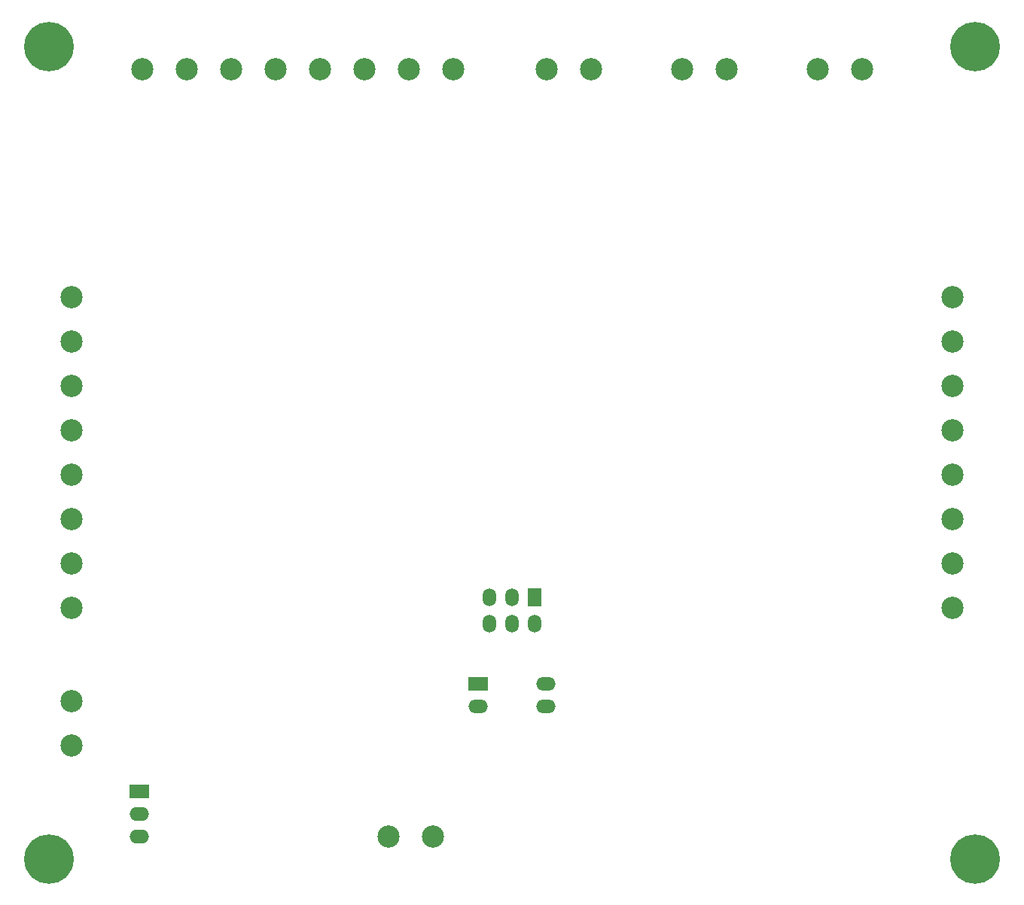
<source format=gbs>
G04 (created by PCBNEW (2013-may-18)-stable) date Mon 20 Apr 2015 02:12:07 PM EDT*
%MOIN*%
G04 Gerber Fmt 3.4, Leading zero omitted, Abs format*
%FSLAX34Y34*%
G01*
G70*
G90*
G04 APERTURE LIST*
%ADD10C,0.00590551*%
%ADD11C,0.219*%
%ADD12R,0.0866X0.06*%
%ADD13O,0.0866X0.06*%
%ADD14C,0.0984252*%
%ADD15R,0.0590551X0.0787402*%
%ADD16O,0.0590551X0.0787402*%
%ADD17R,0.0865X0.059*%
%ADD18O,0.0865X0.059*%
G04 APERTURE END LIST*
G54D10*
G54D11*
X19000Y-20000D03*
X60000Y-20000D03*
X60000Y-56000D03*
G54D12*
X23000Y-53000D03*
G54D13*
X23000Y-54000D03*
X23000Y-55000D03*
G54D14*
X59000Y-31110D03*
X59000Y-33078D03*
X59000Y-35047D03*
X59000Y-37015D03*
X59000Y-38984D03*
X59000Y-40952D03*
X59000Y-44889D03*
X59000Y-42921D03*
X23110Y-21000D03*
X25078Y-21000D03*
X27047Y-21000D03*
X29015Y-21000D03*
X30984Y-21000D03*
X32952Y-21000D03*
X36889Y-21000D03*
X34921Y-21000D03*
X20000Y-44889D03*
X20000Y-42921D03*
X20000Y-40952D03*
X20000Y-38984D03*
X20000Y-37015D03*
X20000Y-35047D03*
X20000Y-31110D03*
X20000Y-33078D03*
X42984Y-21000D03*
X41015Y-21000D03*
X20000Y-49015D03*
X20000Y-50984D03*
X48984Y-21000D03*
X47015Y-21000D03*
X54984Y-21000D03*
X53015Y-21000D03*
X34015Y-55000D03*
X35984Y-55000D03*
G54D11*
X19000Y-56000D03*
G54D15*
X40500Y-44401D03*
G54D16*
X40500Y-45598D03*
X39500Y-44401D03*
X39500Y-45598D03*
X38500Y-44401D03*
X38500Y-45598D03*
G54D17*
X38000Y-48250D03*
G54D18*
X41000Y-48250D03*
X38000Y-49250D03*
X41000Y-49250D03*
M02*

</source>
